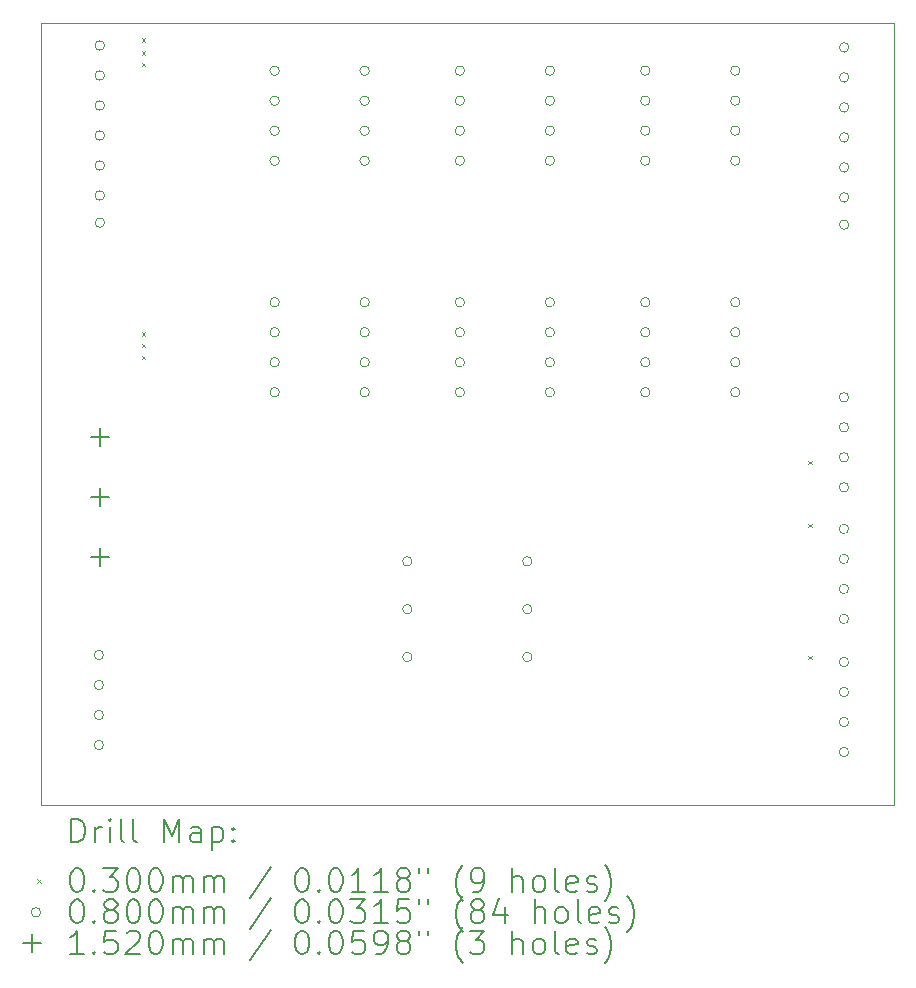
<source format=gbr>
%TF.GenerationSoftware,KiCad,Pcbnew,8.0.6*%
%TF.CreationDate,2025-05-23T10:29:25+02:00*%
%TF.ProjectId,AmplifOptoacopladorEnclosure,416d706c-6966-44f7-9074-6f61636f706c,rev?*%
%TF.SameCoordinates,Original*%
%TF.FileFunction,Drillmap*%
%TF.FilePolarity,Positive*%
%FSLAX45Y45*%
G04 Gerber Fmt 4.5, Leading zero omitted, Abs format (unit mm)*
G04 Created by KiCad (PCBNEW 8.0.6) date 2025-05-23 10:29:25*
%MOMM*%
%LPD*%
G01*
G04 APERTURE LIST*
%ADD10C,0.050000*%
%ADD11C,0.200000*%
%ADD12C,0.100000*%
%ADD13C,0.152000*%
G04 APERTURE END LIST*
D10*
X15650000Y-4230000D02*
X22870000Y-4230000D01*
X22870000Y-10850000D01*
X15650000Y-10850000D01*
X15650000Y-4230000D01*
D11*
D12*
X16503500Y-4354000D02*
X16533500Y-4384000D01*
X16533500Y-4354000D02*
X16503500Y-4384000D01*
X16503500Y-4464000D02*
X16533500Y-4494000D01*
X16533500Y-4464000D02*
X16503500Y-4494000D01*
X16503500Y-4564000D02*
X16533500Y-4594000D01*
X16533500Y-4564000D02*
X16503500Y-4594000D01*
X16503500Y-6844000D02*
X16533500Y-6874000D01*
X16533500Y-6844000D02*
X16503500Y-6874000D01*
X16503500Y-6944000D02*
X16533500Y-6974000D01*
X16533500Y-6944000D02*
X16503500Y-6974000D01*
X16503500Y-7044000D02*
X16533500Y-7074000D01*
X16533500Y-7044000D02*
X16503500Y-7074000D01*
X22145000Y-7935000D02*
X22175000Y-7965000D01*
X22175000Y-7935000D02*
X22145000Y-7965000D01*
X22145000Y-8465000D02*
X22175000Y-8495000D01*
X22175000Y-8465000D02*
X22145000Y-8495000D01*
X22145000Y-9585000D02*
X22175000Y-9615000D01*
X22175000Y-9585000D02*
X22145000Y-9615000D01*
X16180000Y-9578000D02*
G75*
G02*
X16100000Y-9578000I-40000J0D01*
G01*
X16100000Y-9578000D02*
G75*
G02*
X16180000Y-9578000I40000J0D01*
G01*
X16180000Y-9832000D02*
G75*
G02*
X16100000Y-9832000I-40000J0D01*
G01*
X16100000Y-9832000D02*
G75*
G02*
X16180000Y-9832000I40000J0D01*
G01*
X16180000Y-10086000D02*
G75*
G02*
X16100000Y-10086000I-40000J0D01*
G01*
X16100000Y-10086000D02*
G75*
G02*
X16180000Y-10086000I40000J0D01*
G01*
X16180000Y-10340000D02*
G75*
G02*
X16100000Y-10340000I-40000J0D01*
G01*
X16100000Y-10340000D02*
G75*
G02*
X16180000Y-10340000I40000J0D01*
G01*
X16188500Y-4417675D02*
G75*
G02*
X16108500Y-4417675I-40000J0D01*
G01*
X16108500Y-4417675D02*
G75*
G02*
X16188500Y-4417675I40000J0D01*
G01*
X16188500Y-4671675D02*
G75*
G02*
X16108500Y-4671675I-40000J0D01*
G01*
X16108500Y-4671675D02*
G75*
G02*
X16188500Y-4671675I40000J0D01*
G01*
X16188500Y-4925675D02*
G75*
G02*
X16108500Y-4925675I-40000J0D01*
G01*
X16108500Y-4925675D02*
G75*
G02*
X16188500Y-4925675I40000J0D01*
G01*
X16188500Y-5179675D02*
G75*
G02*
X16108500Y-5179675I-40000J0D01*
G01*
X16108500Y-5179675D02*
G75*
G02*
X16188500Y-5179675I40000J0D01*
G01*
X16188500Y-5433675D02*
G75*
G02*
X16108500Y-5433675I-40000J0D01*
G01*
X16108500Y-5433675D02*
G75*
G02*
X16188500Y-5433675I40000J0D01*
G01*
X16188500Y-5687675D02*
G75*
G02*
X16108500Y-5687675I-40000J0D01*
G01*
X16108500Y-5687675D02*
G75*
G02*
X16188500Y-5687675I40000J0D01*
G01*
X16188500Y-5917675D02*
G75*
G02*
X16108500Y-5917675I-40000J0D01*
G01*
X16108500Y-5917675D02*
G75*
G02*
X16188500Y-5917675I40000J0D01*
G01*
X17668500Y-4631000D02*
G75*
G02*
X17588500Y-4631000I-40000J0D01*
G01*
X17588500Y-4631000D02*
G75*
G02*
X17668500Y-4631000I40000J0D01*
G01*
X17668500Y-4885000D02*
G75*
G02*
X17588500Y-4885000I-40000J0D01*
G01*
X17588500Y-4885000D02*
G75*
G02*
X17668500Y-4885000I40000J0D01*
G01*
X17668500Y-5139000D02*
G75*
G02*
X17588500Y-5139000I-40000J0D01*
G01*
X17588500Y-5139000D02*
G75*
G02*
X17668500Y-5139000I40000J0D01*
G01*
X17668500Y-5393000D02*
G75*
G02*
X17588500Y-5393000I-40000J0D01*
G01*
X17588500Y-5393000D02*
G75*
G02*
X17668500Y-5393000I40000J0D01*
G01*
X17668500Y-6591500D02*
G75*
G02*
X17588500Y-6591500I-40000J0D01*
G01*
X17588500Y-6591500D02*
G75*
G02*
X17668500Y-6591500I40000J0D01*
G01*
X17668500Y-6845500D02*
G75*
G02*
X17588500Y-6845500I-40000J0D01*
G01*
X17588500Y-6845500D02*
G75*
G02*
X17668500Y-6845500I40000J0D01*
G01*
X17668500Y-7099500D02*
G75*
G02*
X17588500Y-7099500I-40000J0D01*
G01*
X17588500Y-7099500D02*
G75*
G02*
X17668500Y-7099500I40000J0D01*
G01*
X17668500Y-7353500D02*
G75*
G02*
X17588500Y-7353500I-40000J0D01*
G01*
X17588500Y-7353500D02*
G75*
G02*
X17668500Y-7353500I40000J0D01*
G01*
X18430500Y-4631000D02*
G75*
G02*
X18350500Y-4631000I-40000J0D01*
G01*
X18350500Y-4631000D02*
G75*
G02*
X18430500Y-4631000I40000J0D01*
G01*
X18430500Y-4885000D02*
G75*
G02*
X18350500Y-4885000I-40000J0D01*
G01*
X18350500Y-4885000D02*
G75*
G02*
X18430500Y-4885000I40000J0D01*
G01*
X18430500Y-5139000D02*
G75*
G02*
X18350500Y-5139000I-40000J0D01*
G01*
X18350500Y-5139000D02*
G75*
G02*
X18430500Y-5139000I40000J0D01*
G01*
X18430500Y-5393000D02*
G75*
G02*
X18350500Y-5393000I-40000J0D01*
G01*
X18350500Y-5393000D02*
G75*
G02*
X18430500Y-5393000I40000J0D01*
G01*
X18430500Y-6591500D02*
G75*
G02*
X18350500Y-6591500I-40000J0D01*
G01*
X18350500Y-6591500D02*
G75*
G02*
X18430500Y-6591500I40000J0D01*
G01*
X18430500Y-6845500D02*
G75*
G02*
X18350500Y-6845500I-40000J0D01*
G01*
X18350500Y-6845500D02*
G75*
G02*
X18430500Y-6845500I40000J0D01*
G01*
X18430500Y-7099500D02*
G75*
G02*
X18350500Y-7099500I-40000J0D01*
G01*
X18350500Y-7099500D02*
G75*
G02*
X18430500Y-7099500I40000J0D01*
G01*
X18430500Y-7353500D02*
G75*
G02*
X18350500Y-7353500I-40000J0D01*
G01*
X18350500Y-7353500D02*
G75*
G02*
X18430500Y-7353500I40000J0D01*
G01*
X18792000Y-8785000D02*
G75*
G02*
X18712000Y-8785000I-40000J0D01*
G01*
X18712000Y-8785000D02*
G75*
G02*
X18792000Y-8785000I40000J0D01*
G01*
X18792000Y-9190000D02*
G75*
G02*
X18712000Y-9190000I-40000J0D01*
G01*
X18712000Y-9190000D02*
G75*
G02*
X18792000Y-9190000I40000J0D01*
G01*
X18792000Y-9595000D02*
G75*
G02*
X18712000Y-9595000I-40000J0D01*
G01*
X18712000Y-9595000D02*
G75*
G02*
X18792000Y-9595000I40000J0D01*
G01*
X19236500Y-4631000D02*
G75*
G02*
X19156500Y-4631000I-40000J0D01*
G01*
X19156500Y-4631000D02*
G75*
G02*
X19236500Y-4631000I40000J0D01*
G01*
X19236500Y-4885000D02*
G75*
G02*
X19156500Y-4885000I-40000J0D01*
G01*
X19156500Y-4885000D02*
G75*
G02*
X19236500Y-4885000I40000J0D01*
G01*
X19236500Y-5139000D02*
G75*
G02*
X19156500Y-5139000I-40000J0D01*
G01*
X19156500Y-5139000D02*
G75*
G02*
X19236500Y-5139000I40000J0D01*
G01*
X19236500Y-5393000D02*
G75*
G02*
X19156500Y-5393000I-40000J0D01*
G01*
X19156500Y-5393000D02*
G75*
G02*
X19236500Y-5393000I40000J0D01*
G01*
X19236500Y-6591500D02*
G75*
G02*
X19156500Y-6591500I-40000J0D01*
G01*
X19156500Y-6591500D02*
G75*
G02*
X19236500Y-6591500I40000J0D01*
G01*
X19236500Y-6845500D02*
G75*
G02*
X19156500Y-6845500I-40000J0D01*
G01*
X19156500Y-6845500D02*
G75*
G02*
X19236500Y-6845500I40000J0D01*
G01*
X19236500Y-7099500D02*
G75*
G02*
X19156500Y-7099500I-40000J0D01*
G01*
X19156500Y-7099500D02*
G75*
G02*
X19236500Y-7099500I40000J0D01*
G01*
X19236500Y-7353500D02*
G75*
G02*
X19156500Y-7353500I-40000J0D01*
G01*
X19156500Y-7353500D02*
G75*
G02*
X19236500Y-7353500I40000J0D01*
G01*
X19808000Y-8785000D02*
G75*
G02*
X19728000Y-8785000I-40000J0D01*
G01*
X19728000Y-8785000D02*
G75*
G02*
X19808000Y-8785000I40000J0D01*
G01*
X19808000Y-9190000D02*
G75*
G02*
X19728000Y-9190000I-40000J0D01*
G01*
X19728000Y-9190000D02*
G75*
G02*
X19808000Y-9190000I40000J0D01*
G01*
X19808000Y-9595000D02*
G75*
G02*
X19728000Y-9595000I-40000J0D01*
G01*
X19728000Y-9595000D02*
G75*
G02*
X19808000Y-9595000I40000J0D01*
G01*
X19998500Y-4631000D02*
G75*
G02*
X19918500Y-4631000I-40000J0D01*
G01*
X19918500Y-4631000D02*
G75*
G02*
X19998500Y-4631000I40000J0D01*
G01*
X19998500Y-4885000D02*
G75*
G02*
X19918500Y-4885000I-40000J0D01*
G01*
X19918500Y-4885000D02*
G75*
G02*
X19998500Y-4885000I40000J0D01*
G01*
X19998500Y-5139000D02*
G75*
G02*
X19918500Y-5139000I-40000J0D01*
G01*
X19918500Y-5139000D02*
G75*
G02*
X19998500Y-5139000I40000J0D01*
G01*
X19998500Y-5393000D02*
G75*
G02*
X19918500Y-5393000I-40000J0D01*
G01*
X19918500Y-5393000D02*
G75*
G02*
X19998500Y-5393000I40000J0D01*
G01*
X19998500Y-6591500D02*
G75*
G02*
X19918500Y-6591500I-40000J0D01*
G01*
X19918500Y-6591500D02*
G75*
G02*
X19998500Y-6591500I40000J0D01*
G01*
X19998500Y-6845500D02*
G75*
G02*
X19918500Y-6845500I-40000J0D01*
G01*
X19918500Y-6845500D02*
G75*
G02*
X19998500Y-6845500I40000J0D01*
G01*
X19998500Y-7099500D02*
G75*
G02*
X19918500Y-7099500I-40000J0D01*
G01*
X19918500Y-7099500D02*
G75*
G02*
X19998500Y-7099500I40000J0D01*
G01*
X19998500Y-7353500D02*
G75*
G02*
X19918500Y-7353500I-40000J0D01*
G01*
X19918500Y-7353500D02*
G75*
G02*
X19998500Y-7353500I40000J0D01*
G01*
X20806500Y-4631000D02*
G75*
G02*
X20726500Y-4631000I-40000J0D01*
G01*
X20726500Y-4631000D02*
G75*
G02*
X20806500Y-4631000I40000J0D01*
G01*
X20806500Y-4885000D02*
G75*
G02*
X20726500Y-4885000I-40000J0D01*
G01*
X20726500Y-4885000D02*
G75*
G02*
X20806500Y-4885000I40000J0D01*
G01*
X20806500Y-5139000D02*
G75*
G02*
X20726500Y-5139000I-40000J0D01*
G01*
X20726500Y-5139000D02*
G75*
G02*
X20806500Y-5139000I40000J0D01*
G01*
X20806500Y-5393000D02*
G75*
G02*
X20726500Y-5393000I-40000J0D01*
G01*
X20726500Y-5393000D02*
G75*
G02*
X20806500Y-5393000I40000J0D01*
G01*
X20806500Y-6591500D02*
G75*
G02*
X20726500Y-6591500I-40000J0D01*
G01*
X20726500Y-6591500D02*
G75*
G02*
X20806500Y-6591500I40000J0D01*
G01*
X20806500Y-6845500D02*
G75*
G02*
X20726500Y-6845500I-40000J0D01*
G01*
X20726500Y-6845500D02*
G75*
G02*
X20806500Y-6845500I40000J0D01*
G01*
X20806500Y-7099500D02*
G75*
G02*
X20726500Y-7099500I-40000J0D01*
G01*
X20726500Y-7099500D02*
G75*
G02*
X20806500Y-7099500I40000J0D01*
G01*
X20806500Y-7353500D02*
G75*
G02*
X20726500Y-7353500I-40000J0D01*
G01*
X20726500Y-7353500D02*
G75*
G02*
X20806500Y-7353500I40000J0D01*
G01*
X21568500Y-4631000D02*
G75*
G02*
X21488500Y-4631000I-40000J0D01*
G01*
X21488500Y-4631000D02*
G75*
G02*
X21568500Y-4631000I40000J0D01*
G01*
X21568500Y-4885000D02*
G75*
G02*
X21488500Y-4885000I-40000J0D01*
G01*
X21488500Y-4885000D02*
G75*
G02*
X21568500Y-4885000I40000J0D01*
G01*
X21568500Y-5139000D02*
G75*
G02*
X21488500Y-5139000I-40000J0D01*
G01*
X21488500Y-5139000D02*
G75*
G02*
X21568500Y-5139000I40000J0D01*
G01*
X21568500Y-5393000D02*
G75*
G02*
X21488500Y-5393000I-40000J0D01*
G01*
X21488500Y-5393000D02*
G75*
G02*
X21568500Y-5393000I40000J0D01*
G01*
X21568500Y-6591500D02*
G75*
G02*
X21488500Y-6591500I-40000J0D01*
G01*
X21488500Y-6591500D02*
G75*
G02*
X21568500Y-6591500I40000J0D01*
G01*
X21568500Y-6845500D02*
G75*
G02*
X21488500Y-6845500I-40000J0D01*
G01*
X21488500Y-6845500D02*
G75*
G02*
X21568500Y-6845500I40000J0D01*
G01*
X21568500Y-7099500D02*
G75*
G02*
X21488500Y-7099500I-40000J0D01*
G01*
X21488500Y-7099500D02*
G75*
G02*
X21568500Y-7099500I40000J0D01*
G01*
X21568500Y-7353500D02*
G75*
G02*
X21488500Y-7353500I-40000J0D01*
G01*
X21488500Y-7353500D02*
G75*
G02*
X21568500Y-7353500I40000J0D01*
G01*
X22488500Y-7396000D02*
G75*
G02*
X22408500Y-7396000I-40000J0D01*
G01*
X22408500Y-7396000D02*
G75*
G02*
X22488500Y-7396000I40000J0D01*
G01*
X22488500Y-7650000D02*
G75*
G02*
X22408500Y-7650000I-40000J0D01*
G01*
X22408500Y-7650000D02*
G75*
G02*
X22488500Y-7650000I40000J0D01*
G01*
X22488500Y-7904000D02*
G75*
G02*
X22408500Y-7904000I-40000J0D01*
G01*
X22408500Y-7904000D02*
G75*
G02*
X22488500Y-7904000I40000J0D01*
G01*
X22488500Y-8158000D02*
G75*
G02*
X22408500Y-8158000I-40000J0D01*
G01*
X22408500Y-8158000D02*
G75*
G02*
X22488500Y-8158000I40000J0D01*
G01*
X22488500Y-8510000D02*
G75*
G02*
X22408500Y-8510000I-40000J0D01*
G01*
X22408500Y-8510000D02*
G75*
G02*
X22488500Y-8510000I40000J0D01*
G01*
X22488500Y-8764000D02*
G75*
G02*
X22408500Y-8764000I-40000J0D01*
G01*
X22408500Y-8764000D02*
G75*
G02*
X22488500Y-8764000I40000J0D01*
G01*
X22488500Y-9018000D02*
G75*
G02*
X22408500Y-9018000I-40000J0D01*
G01*
X22408500Y-9018000D02*
G75*
G02*
X22488500Y-9018000I40000J0D01*
G01*
X22488500Y-9272000D02*
G75*
G02*
X22408500Y-9272000I-40000J0D01*
G01*
X22408500Y-9272000D02*
G75*
G02*
X22488500Y-9272000I40000J0D01*
G01*
X22488500Y-9638000D02*
G75*
G02*
X22408500Y-9638000I-40000J0D01*
G01*
X22408500Y-9638000D02*
G75*
G02*
X22488500Y-9638000I40000J0D01*
G01*
X22488500Y-9892000D02*
G75*
G02*
X22408500Y-9892000I-40000J0D01*
G01*
X22408500Y-9892000D02*
G75*
G02*
X22488500Y-9892000I40000J0D01*
G01*
X22488500Y-10146000D02*
G75*
G02*
X22408500Y-10146000I-40000J0D01*
G01*
X22408500Y-10146000D02*
G75*
G02*
X22488500Y-10146000I40000J0D01*
G01*
X22488500Y-10400000D02*
G75*
G02*
X22408500Y-10400000I-40000J0D01*
G01*
X22408500Y-10400000D02*
G75*
G02*
X22488500Y-10400000I40000J0D01*
G01*
X22490000Y-4434000D02*
G75*
G02*
X22410000Y-4434000I-40000J0D01*
G01*
X22410000Y-4434000D02*
G75*
G02*
X22490000Y-4434000I40000J0D01*
G01*
X22490000Y-4688000D02*
G75*
G02*
X22410000Y-4688000I-40000J0D01*
G01*
X22410000Y-4688000D02*
G75*
G02*
X22490000Y-4688000I40000J0D01*
G01*
X22490000Y-4942000D02*
G75*
G02*
X22410000Y-4942000I-40000J0D01*
G01*
X22410000Y-4942000D02*
G75*
G02*
X22490000Y-4942000I40000J0D01*
G01*
X22490000Y-5196000D02*
G75*
G02*
X22410000Y-5196000I-40000J0D01*
G01*
X22410000Y-5196000D02*
G75*
G02*
X22490000Y-5196000I40000J0D01*
G01*
X22490000Y-5450000D02*
G75*
G02*
X22410000Y-5450000I-40000J0D01*
G01*
X22410000Y-5450000D02*
G75*
G02*
X22490000Y-5450000I40000J0D01*
G01*
X22490000Y-5704000D02*
G75*
G02*
X22410000Y-5704000I-40000J0D01*
G01*
X22410000Y-5704000D02*
G75*
G02*
X22490000Y-5704000I40000J0D01*
G01*
X22490000Y-5934000D02*
G75*
G02*
X22410000Y-5934000I-40000J0D01*
G01*
X22410000Y-5934000D02*
G75*
G02*
X22490000Y-5934000I40000J0D01*
G01*
D13*
X16147500Y-7656000D02*
X16147500Y-7808000D01*
X16071500Y-7732000D02*
X16223500Y-7732000D01*
X16147500Y-8164000D02*
X16147500Y-8316000D01*
X16071500Y-8240000D02*
X16223500Y-8240000D01*
X16147500Y-8672000D02*
X16147500Y-8824000D01*
X16071500Y-8748000D02*
X16223500Y-8748000D01*
D11*
X15908277Y-11163984D02*
X15908277Y-10963984D01*
X15908277Y-10963984D02*
X15955896Y-10963984D01*
X15955896Y-10963984D02*
X15984467Y-10973508D01*
X15984467Y-10973508D02*
X16003515Y-10992555D01*
X16003515Y-10992555D02*
X16013039Y-11011603D01*
X16013039Y-11011603D02*
X16022562Y-11049698D01*
X16022562Y-11049698D02*
X16022562Y-11078270D01*
X16022562Y-11078270D02*
X16013039Y-11116365D01*
X16013039Y-11116365D02*
X16003515Y-11135412D01*
X16003515Y-11135412D02*
X15984467Y-11154460D01*
X15984467Y-11154460D02*
X15955896Y-11163984D01*
X15955896Y-11163984D02*
X15908277Y-11163984D01*
X16108277Y-11163984D02*
X16108277Y-11030650D01*
X16108277Y-11068746D02*
X16117801Y-11049698D01*
X16117801Y-11049698D02*
X16127324Y-11040174D01*
X16127324Y-11040174D02*
X16146372Y-11030650D01*
X16146372Y-11030650D02*
X16165420Y-11030650D01*
X16232086Y-11163984D02*
X16232086Y-11030650D01*
X16232086Y-10963984D02*
X16222562Y-10973508D01*
X16222562Y-10973508D02*
X16232086Y-10983031D01*
X16232086Y-10983031D02*
X16241610Y-10973508D01*
X16241610Y-10973508D02*
X16232086Y-10963984D01*
X16232086Y-10963984D02*
X16232086Y-10983031D01*
X16355896Y-11163984D02*
X16336848Y-11154460D01*
X16336848Y-11154460D02*
X16327324Y-11135412D01*
X16327324Y-11135412D02*
X16327324Y-10963984D01*
X16460658Y-11163984D02*
X16441610Y-11154460D01*
X16441610Y-11154460D02*
X16432086Y-11135412D01*
X16432086Y-11135412D02*
X16432086Y-10963984D01*
X16689229Y-11163984D02*
X16689229Y-10963984D01*
X16689229Y-10963984D02*
X16755896Y-11106841D01*
X16755896Y-11106841D02*
X16822563Y-10963984D01*
X16822563Y-10963984D02*
X16822563Y-11163984D01*
X17003515Y-11163984D02*
X17003515Y-11059222D01*
X17003515Y-11059222D02*
X16993991Y-11040174D01*
X16993991Y-11040174D02*
X16974944Y-11030650D01*
X16974944Y-11030650D02*
X16936848Y-11030650D01*
X16936848Y-11030650D02*
X16917801Y-11040174D01*
X17003515Y-11154460D02*
X16984467Y-11163984D01*
X16984467Y-11163984D02*
X16936848Y-11163984D01*
X16936848Y-11163984D02*
X16917801Y-11154460D01*
X16917801Y-11154460D02*
X16908277Y-11135412D01*
X16908277Y-11135412D02*
X16908277Y-11116365D01*
X16908277Y-11116365D02*
X16917801Y-11097317D01*
X16917801Y-11097317D02*
X16936848Y-11087793D01*
X16936848Y-11087793D02*
X16984467Y-11087793D01*
X16984467Y-11087793D02*
X17003515Y-11078270D01*
X17098753Y-11030650D02*
X17098753Y-11230650D01*
X17098753Y-11040174D02*
X17117801Y-11030650D01*
X17117801Y-11030650D02*
X17155896Y-11030650D01*
X17155896Y-11030650D02*
X17174944Y-11040174D01*
X17174944Y-11040174D02*
X17184467Y-11049698D01*
X17184467Y-11049698D02*
X17193991Y-11068746D01*
X17193991Y-11068746D02*
X17193991Y-11125889D01*
X17193991Y-11125889D02*
X17184467Y-11144936D01*
X17184467Y-11144936D02*
X17174944Y-11154460D01*
X17174944Y-11154460D02*
X17155896Y-11163984D01*
X17155896Y-11163984D02*
X17117801Y-11163984D01*
X17117801Y-11163984D02*
X17098753Y-11154460D01*
X17279705Y-11144936D02*
X17289229Y-11154460D01*
X17289229Y-11154460D02*
X17279705Y-11163984D01*
X17279705Y-11163984D02*
X17270182Y-11154460D01*
X17270182Y-11154460D02*
X17279705Y-11144936D01*
X17279705Y-11144936D02*
X17279705Y-11163984D01*
X17279705Y-11040174D02*
X17289229Y-11049698D01*
X17289229Y-11049698D02*
X17279705Y-11059222D01*
X17279705Y-11059222D02*
X17270182Y-11049698D01*
X17270182Y-11049698D02*
X17279705Y-11040174D01*
X17279705Y-11040174D02*
X17279705Y-11059222D01*
D12*
X15617500Y-11477500D02*
X15647500Y-11507500D01*
X15647500Y-11477500D02*
X15617500Y-11507500D01*
D11*
X15946372Y-11383984D02*
X15965420Y-11383984D01*
X15965420Y-11383984D02*
X15984467Y-11393508D01*
X15984467Y-11393508D02*
X15993991Y-11403031D01*
X15993991Y-11403031D02*
X16003515Y-11422079D01*
X16003515Y-11422079D02*
X16013039Y-11460174D01*
X16013039Y-11460174D02*
X16013039Y-11507793D01*
X16013039Y-11507793D02*
X16003515Y-11545888D01*
X16003515Y-11545888D02*
X15993991Y-11564936D01*
X15993991Y-11564936D02*
X15984467Y-11574460D01*
X15984467Y-11574460D02*
X15965420Y-11583984D01*
X15965420Y-11583984D02*
X15946372Y-11583984D01*
X15946372Y-11583984D02*
X15927324Y-11574460D01*
X15927324Y-11574460D02*
X15917801Y-11564936D01*
X15917801Y-11564936D02*
X15908277Y-11545888D01*
X15908277Y-11545888D02*
X15898753Y-11507793D01*
X15898753Y-11507793D02*
X15898753Y-11460174D01*
X15898753Y-11460174D02*
X15908277Y-11422079D01*
X15908277Y-11422079D02*
X15917801Y-11403031D01*
X15917801Y-11403031D02*
X15927324Y-11393508D01*
X15927324Y-11393508D02*
X15946372Y-11383984D01*
X16098753Y-11564936D02*
X16108277Y-11574460D01*
X16108277Y-11574460D02*
X16098753Y-11583984D01*
X16098753Y-11583984D02*
X16089229Y-11574460D01*
X16089229Y-11574460D02*
X16098753Y-11564936D01*
X16098753Y-11564936D02*
X16098753Y-11583984D01*
X16174943Y-11383984D02*
X16298753Y-11383984D01*
X16298753Y-11383984D02*
X16232086Y-11460174D01*
X16232086Y-11460174D02*
X16260658Y-11460174D01*
X16260658Y-11460174D02*
X16279705Y-11469698D01*
X16279705Y-11469698D02*
X16289229Y-11479222D01*
X16289229Y-11479222D02*
X16298753Y-11498269D01*
X16298753Y-11498269D02*
X16298753Y-11545888D01*
X16298753Y-11545888D02*
X16289229Y-11564936D01*
X16289229Y-11564936D02*
X16279705Y-11574460D01*
X16279705Y-11574460D02*
X16260658Y-11583984D01*
X16260658Y-11583984D02*
X16203515Y-11583984D01*
X16203515Y-11583984D02*
X16184467Y-11574460D01*
X16184467Y-11574460D02*
X16174943Y-11564936D01*
X16422562Y-11383984D02*
X16441610Y-11383984D01*
X16441610Y-11383984D02*
X16460658Y-11393508D01*
X16460658Y-11393508D02*
X16470182Y-11403031D01*
X16470182Y-11403031D02*
X16479705Y-11422079D01*
X16479705Y-11422079D02*
X16489229Y-11460174D01*
X16489229Y-11460174D02*
X16489229Y-11507793D01*
X16489229Y-11507793D02*
X16479705Y-11545888D01*
X16479705Y-11545888D02*
X16470182Y-11564936D01*
X16470182Y-11564936D02*
X16460658Y-11574460D01*
X16460658Y-11574460D02*
X16441610Y-11583984D01*
X16441610Y-11583984D02*
X16422562Y-11583984D01*
X16422562Y-11583984D02*
X16403515Y-11574460D01*
X16403515Y-11574460D02*
X16393991Y-11564936D01*
X16393991Y-11564936D02*
X16384467Y-11545888D01*
X16384467Y-11545888D02*
X16374943Y-11507793D01*
X16374943Y-11507793D02*
X16374943Y-11460174D01*
X16374943Y-11460174D02*
X16384467Y-11422079D01*
X16384467Y-11422079D02*
X16393991Y-11403031D01*
X16393991Y-11403031D02*
X16403515Y-11393508D01*
X16403515Y-11393508D02*
X16422562Y-11383984D01*
X16613039Y-11383984D02*
X16632086Y-11383984D01*
X16632086Y-11383984D02*
X16651134Y-11393508D01*
X16651134Y-11393508D02*
X16660658Y-11403031D01*
X16660658Y-11403031D02*
X16670182Y-11422079D01*
X16670182Y-11422079D02*
X16679705Y-11460174D01*
X16679705Y-11460174D02*
X16679705Y-11507793D01*
X16679705Y-11507793D02*
X16670182Y-11545888D01*
X16670182Y-11545888D02*
X16660658Y-11564936D01*
X16660658Y-11564936D02*
X16651134Y-11574460D01*
X16651134Y-11574460D02*
X16632086Y-11583984D01*
X16632086Y-11583984D02*
X16613039Y-11583984D01*
X16613039Y-11583984D02*
X16593991Y-11574460D01*
X16593991Y-11574460D02*
X16584467Y-11564936D01*
X16584467Y-11564936D02*
X16574943Y-11545888D01*
X16574943Y-11545888D02*
X16565420Y-11507793D01*
X16565420Y-11507793D02*
X16565420Y-11460174D01*
X16565420Y-11460174D02*
X16574943Y-11422079D01*
X16574943Y-11422079D02*
X16584467Y-11403031D01*
X16584467Y-11403031D02*
X16593991Y-11393508D01*
X16593991Y-11393508D02*
X16613039Y-11383984D01*
X16765420Y-11583984D02*
X16765420Y-11450650D01*
X16765420Y-11469698D02*
X16774943Y-11460174D01*
X16774943Y-11460174D02*
X16793991Y-11450650D01*
X16793991Y-11450650D02*
X16822563Y-11450650D01*
X16822563Y-11450650D02*
X16841610Y-11460174D01*
X16841610Y-11460174D02*
X16851134Y-11479222D01*
X16851134Y-11479222D02*
X16851134Y-11583984D01*
X16851134Y-11479222D02*
X16860658Y-11460174D01*
X16860658Y-11460174D02*
X16879705Y-11450650D01*
X16879705Y-11450650D02*
X16908277Y-11450650D01*
X16908277Y-11450650D02*
X16927325Y-11460174D01*
X16927325Y-11460174D02*
X16936848Y-11479222D01*
X16936848Y-11479222D02*
X16936848Y-11583984D01*
X17032086Y-11583984D02*
X17032086Y-11450650D01*
X17032086Y-11469698D02*
X17041610Y-11460174D01*
X17041610Y-11460174D02*
X17060658Y-11450650D01*
X17060658Y-11450650D02*
X17089229Y-11450650D01*
X17089229Y-11450650D02*
X17108277Y-11460174D01*
X17108277Y-11460174D02*
X17117801Y-11479222D01*
X17117801Y-11479222D02*
X17117801Y-11583984D01*
X17117801Y-11479222D02*
X17127325Y-11460174D01*
X17127325Y-11460174D02*
X17146372Y-11450650D01*
X17146372Y-11450650D02*
X17174944Y-11450650D01*
X17174944Y-11450650D02*
X17193991Y-11460174D01*
X17193991Y-11460174D02*
X17203515Y-11479222D01*
X17203515Y-11479222D02*
X17203515Y-11583984D01*
X17593991Y-11374460D02*
X17422563Y-11631603D01*
X17851134Y-11383984D02*
X17870182Y-11383984D01*
X17870182Y-11383984D02*
X17889229Y-11393508D01*
X17889229Y-11393508D02*
X17898753Y-11403031D01*
X17898753Y-11403031D02*
X17908277Y-11422079D01*
X17908277Y-11422079D02*
X17917801Y-11460174D01*
X17917801Y-11460174D02*
X17917801Y-11507793D01*
X17917801Y-11507793D02*
X17908277Y-11545888D01*
X17908277Y-11545888D02*
X17898753Y-11564936D01*
X17898753Y-11564936D02*
X17889229Y-11574460D01*
X17889229Y-11574460D02*
X17870182Y-11583984D01*
X17870182Y-11583984D02*
X17851134Y-11583984D01*
X17851134Y-11583984D02*
X17832087Y-11574460D01*
X17832087Y-11574460D02*
X17822563Y-11564936D01*
X17822563Y-11564936D02*
X17813039Y-11545888D01*
X17813039Y-11545888D02*
X17803515Y-11507793D01*
X17803515Y-11507793D02*
X17803515Y-11460174D01*
X17803515Y-11460174D02*
X17813039Y-11422079D01*
X17813039Y-11422079D02*
X17822563Y-11403031D01*
X17822563Y-11403031D02*
X17832087Y-11393508D01*
X17832087Y-11393508D02*
X17851134Y-11383984D01*
X18003515Y-11564936D02*
X18013039Y-11574460D01*
X18013039Y-11574460D02*
X18003515Y-11583984D01*
X18003515Y-11583984D02*
X17993991Y-11574460D01*
X17993991Y-11574460D02*
X18003515Y-11564936D01*
X18003515Y-11564936D02*
X18003515Y-11583984D01*
X18136848Y-11383984D02*
X18155896Y-11383984D01*
X18155896Y-11383984D02*
X18174944Y-11393508D01*
X18174944Y-11393508D02*
X18184468Y-11403031D01*
X18184468Y-11403031D02*
X18193991Y-11422079D01*
X18193991Y-11422079D02*
X18203515Y-11460174D01*
X18203515Y-11460174D02*
X18203515Y-11507793D01*
X18203515Y-11507793D02*
X18193991Y-11545888D01*
X18193991Y-11545888D02*
X18184468Y-11564936D01*
X18184468Y-11564936D02*
X18174944Y-11574460D01*
X18174944Y-11574460D02*
X18155896Y-11583984D01*
X18155896Y-11583984D02*
X18136848Y-11583984D01*
X18136848Y-11583984D02*
X18117801Y-11574460D01*
X18117801Y-11574460D02*
X18108277Y-11564936D01*
X18108277Y-11564936D02*
X18098753Y-11545888D01*
X18098753Y-11545888D02*
X18089229Y-11507793D01*
X18089229Y-11507793D02*
X18089229Y-11460174D01*
X18089229Y-11460174D02*
X18098753Y-11422079D01*
X18098753Y-11422079D02*
X18108277Y-11403031D01*
X18108277Y-11403031D02*
X18117801Y-11393508D01*
X18117801Y-11393508D02*
X18136848Y-11383984D01*
X18393991Y-11583984D02*
X18279706Y-11583984D01*
X18336848Y-11583984D02*
X18336848Y-11383984D01*
X18336848Y-11383984D02*
X18317801Y-11412555D01*
X18317801Y-11412555D02*
X18298753Y-11431603D01*
X18298753Y-11431603D02*
X18279706Y-11441127D01*
X18584468Y-11583984D02*
X18470182Y-11583984D01*
X18527325Y-11583984D02*
X18527325Y-11383984D01*
X18527325Y-11383984D02*
X18508277Y-11412555D01*
X18508277Y-11412555D02*
X18489229Y-11431603D01*
X18489229Y-11431603D02*
X18470182Y-11441127D01*
X18698753Y-11469698D02*
X18679706Y-11460174D01*
X18679706Y-11460174D02*
X18670182Y-11450650D01*
X18670182Y-11450650D02*
X18660658Y-11431603D01*
X18660658Y-11431603D02*
X18660658Y-11422079D01*
X18660658Y-11422079D02*
X18670182Y-11403031D01*
X18670182Y-11403031D02*
X18679706Y-11393508D01*
X18679706Y-11393508D02*
X18698753Y-11383984D01*
X18698753Y-11383984D02*
X18736849Y-11383984D01*
X18736849Y-11383984D02*
X18755896Y-11393508D01*
X18755896Y-11393508D02*
X18765420Y-11403031D01*
X18765420Y-11403031D02*
X18774944Y-11422079D01*
X18774944Y-11422079D02*
X18774944Y-11431603D01*
X18774944Y-11431603D02*
X18765420Y-11450650D01*
X18765420Y-11450650D02*
X18755896Y-11460174D01*
X18755896Y-11460174D02*
X18736849Y-11469698D01*
X18736849Y-11469698D02*
X18698753Y-11469698D01*
X18698753Y-11469698D02*
X18679706Y-11479222D01*
X18679706Y-11479222D02*
X18670182Y-11488746D01*
X18670182Y-11488746D02*
X18660658Y-11507793D01*
X18660658Y-11507793D02*
X18660658Y-11545888D01*
X18660658Y-11545888D02*
X18670182Y-11564936D01*
X18670182Y-11564936D02*
X18679706Y-11574460D01*
X18679706Y-11574460D02*
X18698753Y-11583984D01*
X18698753Y-11583984D02*
X18736849Y-11583984D01*
X18736849Y-11583984D02*
X18755896Y-11574460D01*
X18755896Y-11574460D02*
X18765420Y-11564936D01*
X18765420Y-11564936D02*
X18774944Y-11545888D01*
X18774944Y-11545888D02*
X18774944Y-11507793D01*
X18774944Y-11507793D02*
X18765420Y-11488746D01*
X18765420Y-11488746D02*
X18755896Y-11479222D01*
X18755896Y-11479222D02*
X18736849Y-11469698D01*
X18851134Y-11383984D02*
X18851134Y-11422079D01*
X18927325Y-11383984D02*
X18927325Y-11422079D01*
X19222563Y-11660174D02*
X19213039Y-11650650D01*
X19213039Y-11650650D02*
X19193991Y-11622079D01*
X19193991Y-11622079D02*
X19184468Y-11603031D01*
X19184468Y-11603031D02*
X19174944Y-11574460D01*
X19174944Y-11574460D02*
X19165420Y-11526841D01*
X19165420Y-11526841D02*
X19165420Y-11488746D01*
X19165420Y-11488746D02*
X19174944Y-11441127D01*
X19174944Y-11441127D02*
X19184468Y-11412555D01*
X19184468Y-11412555D02*
X19193991Y-11393508D01*
X19193991Y-11393508D02*
X19213039Y-11364936D01*
X19213039Y-11364936D02*
X19222563Y-11355412D01*
X19308277Y-11583984D02*
X19346372Y-11583984D01*
X19346372Y-11583984D02*
X19365420Y-11574460D01*
X19365420Y-11574460D02*
X19374944Y-11564936D01*
X19374944Y-11564936D02*
X19393991Y-11536365D01*
X19393991Y-11536365D02*
X19403515Y-11498269D01*
X19403515Y-11498269D02*
X19403515Y-11422079D01*
X19403515Y-11422079D02*
X19393991Y-11403031D01*
X19393991Y-11403031D02*
X19384468Y-11393508D01*
X19384468Y-11393508D02*
X19365420Y-11383984D01*
X19365420Y-11383984D02*
X19327325Y-11383984D01*
X19327325Y-11383984D02*
X19308277Y-11393508D01*
X19308277Y-11393508D02*
X19298753Y-11403031D01*
X19298753Y-11403031D02*
X19289230Y-11422079D01*
X19289230Y-11422079D02*
X19289230Y-11469698D01*
X19289230Y-11469698D02*
X19298753Y-11488746D01*
X19298753Y-11488746D02*
X19308277Y-11498269D01*
X19308277Y-11498269D02*
X19327325Y-11507793D01*
X19327325Y-11507793D02*
X19365420Y-11507793D01*
X19365420Y-11507793D02*
X19384468Y-11498269D01*
X19384468Y-11498269D02*
X19393991Y-11488746D01*
X19393991Y-11488746D02*
X19403515Y-11469698D01*
X19641611Y-11583984D02*
X19641611Y-11383984D01*
X19727325Y-11583984D02*
X19727325Y-11479222D01*
X19727325Y-11479222D02*
X19717801Y-11460174D01*
X19717801Y-11460174D02*
X19698753Y-11450650D01*
X19698753Y-11450650D02*
X19670182Y-11450650D01*
X19670182Y-11450650D02*
X19651134Y-11460174D01*
X19651134Y-11460174D02*
X19641611Y-11469698D01*
X19851134Y-11583984D02*
X19832087Y-11574460D01*
X19832087Y-11574460D02*
X19822563Y-11564936D01*
X19822563Y-11564936D02*
X19813039Y-11545888D01*
X19813039Y-11545888D02*
X19813039Y-11488746D01*
X19813039Y-11488746D02*
X19822563Y-11469698D01*
X19822563Y-11469698D02*
X19832087Y-11460174D01*
X19832087Y-11460174D02*
X19851134Y-11450650D01*
X19851134Y-11450650D02*
X19879706Y-11450650D01*
X19879706Y-11450650D02*
X19898753Y-11460174D01*
X19898753Y-11460174D02*
X19908277Y-11469698D01*
X19908277Y-11469698D02*
X19917801Y-11488746D01*
X19917801Y-11488746D02*
X19917801Y-11545888D01*
X19917801Y-11545888D02*
X19908277Y-11564936D01*
X19908277Y-11564936D02*
X19898753Y-11574460D01*
X19898753Y-11574460D02*
X19879706Y-11583984D01*
X19879706Y-11583984D02*
X19851134Y-11583984D01*
X20032087Y-11583984D02*
X20013039Y-11574460D01*
X20013039Y-11574460D02*
X20003515Y-11555412D01*
X20003515Y-11555412D02*
X20003515Y-11383984D01*
X20184468Y-11574460D02*
X20165420Y-11583984D01*
X20165420Y-11583984D02*
X20127325Y-11583984D01*
X20127325Y-11583984D02*
X20108277Y-11574460D01*
X20108277Y-11574460D02*
X20098753Y-11555412D01*
X20098753Y-11555412D02*
X20098753Y-11479222D01*
X20098753Y-11479222D02*
X20108277Y-11460174D01*
X20108277Y-11460174D02*
X20127325Y-11450650D01*
X20127325Y-11450650D02*
X20165420Y-11450650D01*
X20165420Y-11450650D02*
X20184468Y-11460174D01*
X20184468Y-11460174D02*
X20193992Y-11479222D01*
X20193992Y-11479222D02*
X20193992Y-11498269D01*
X20193992Y-11498269D02*
X20098753Y-11517317D01*
X20270182Y-11574460D02*
X20289230Y-11583984D01*
X20289230Y-11583984D02*
X20327325Y-11583984D01*
X20327325Y-11583984D02*
X20346373Y-11574460D01*
X20346373Y-11574460D02*
X20355896Y-11555412D01*
X20355896Y-11555412D02*
X20355896Y-11545888D01*
X20355896Y-11545888D02*
X20346373Y-11526841D01*
X20346373Y-11526841D02*
X20327325Y-11517317D01*
X20327325Y-11517317D02*
X20298753Y-11517317D01*
X20298753Y-11517317D02*
X20279706Y-11507793D01*
X20279706Y-11507793D02*
X20270182Y-11488746D01*
X20270182Y-11488746D02*
X20270182Y-11479222D01*
X20270182Y-11479222D02*
X20279706Y-11460174D01*
X20279706Y-11460174D02*
X20298753Y-11450650D01*
X20298753Y-11450650D02*
X20327325Y-11450650D01*
X20327325Y-11450650D02*
X20346373Y-11460174D01*
X20422563Y-11660174D02*
X20432087Y-11650650D01*
X20432087Y-11650650D02*
X20451134Y-11622079D01*
X20451134Y-11622079D02*
X20460658Y-11603031D01*
X20460658Y-11603031D02*
X20470182Y-11574460D01*
X20470182Y-11574460D02*
X20479706Y-11526841D01*
X20479706Y-11526841D02*
X20479706Y-11488746D01*
X20479706Y-11488746D02*
X20470182Y-11441127D01*
X20470182Y-11441127D02*
X20460658Y-11412555D01*
X20460658Y-11412555D02*
X20451134Y-11393508D01*
X20451134Y-11393508D02*
X20432087Y-11364936D01*
X20432087Y-11364936D02*
X20422563Y-11355412D01*
D12*
X15647500Y-11756500D02*
G75*
G02*
X15567500Y-11756500I-40000J0D01*
G01*
X15567500Y-11756500D02*
G75*
G02*
X15647500Y-11756500I40000J0D01*
G01*
D11*
X15946372Y-11647984D02*
X15965420Y-11647984D01*
X15965420Y-11647984D02*
X15984467Y-11657508D01*
X15984467Y-11657508D02*
X15993991Y-11667031D01*
X15993991Y-11667031D02*
X16003515Y-11686079D01*
X16003515Y-11686079D02*
X16013039Y-11724174D01*
X16013039Y-11724174D02*
X16013039Y-11771793D01*
X16013039Y-11771793D02*
X16003515Y-11809888D01*
X16003515Y-11809888D02*
X15993991Y-11828936D01*
X15993991Y-11828936D02*
X15984467Y-11838460D01*
X15984467Y-11838460D02*
X15965420Y-11847984D01*
X15965420Y-11847984D02*
X15946372Y-11847984D01*
X15946372Y-11847984D02*
X15927324Y-11838460D01*
X15927324Y-11838460D02*
X15917801Y-11828936D01*
X15917801Y-11828936D02*
X15908277Y-11809888D01*
X15908277Y-11809888D02*
X15898753Y-11771793D01*
X15898753Y-11771793D02*
X15898753Y-11724174D01*
X15898753Y-11724174D02*
X15908277Y-11686079D01*
X15908277Y-11686079D02*
X15917801Y-11667031D01*
X15917801Y-11667031D02*
X15927324Y-11657508D01*
X15927324Y-11657508D02*
X15946372Y-11647984D01*
X16098753Y-11828936D02*
X16108277Y-11838460D01*
X16108277Y-11838460D02*
X16098753Y-11847984D01*
X16098753Y-11847984D02*
X16089229Y-11838460D01*
X16089229Y-11838460D02*
X16098753Y-11828936D01*
X16098753Y-11828936D02*
X16098753Y-11847984D01*
X16222562Y-11733698D02*
X16203515Y-11724174D01*
X16203515Y-11724174D02*
X16193991Y-11714650D01*
X16193991Y-11714650D02*
X16184467Y-11695603D01*
X16184467Y-11695603D02*
X16184467Y-11686079D01*
X16184467Y-11686079D02*
X16193991Y-11667031D01*
X16193991Y-11667031D02*
X16203515Y-11657508D01*
X16203515Y-11657508D02*
X16222562Y-11647984D01*
X16222562Y-11647984D02*
X16260658Y-11647984D01*
X16260658Y-11647984D02*
X16279705Y-11657508D01*
X16279705Y-11657508D02*
X16289229Y-11667031D01*
X16289229Y-11667031D02*
X16298753Y-11686079D01*
X16298753Y-11686079D02*
X16298753Y-11695603D01*
X16298753Y-11695603D02*
X16289229Y-11714650D01*
X16289229Y-11714650D02*
X16279705Y-11724174D01*
X16279705Y-11724174D02*
X16260658Y-11733698D01*
X16260658Y-11733698D02*
X16222562Y-11733698D01*
X16222562Y-11733698D02*
X16203515Y-11743222D01*
X16203515Y-11743222D02*
X16193991Y-11752746D01*
X16193991Y-11752746D02*
X16184467Y-11771793D01*
X16184467Y-11771793D02*
X16184467Y-11809888D01*
X16184467Y-11809888D02*
X16193991Y-11828936D01*
X16193991Y-11828936D02*
X16203515Y-11838460D01*
X16203515Y-11838460D02*
X16222562Y-11847984D01*
X16222562Y-11847984D02*
X16260658Y-11847984D01*
X16260658Y-11847984D02*
X16279705Y-11838460D01*
X16279705Y-11838460D02*
X16289229Y-11828936D01*
X16289229Y-11828936D02*
X16298753Y-11809888D01*
X16298753Y-11809888D02*
X16298753Y-11771793D01*
X16298753Y-11771793D02*
X16289229Y-11752746D01*
X16289229Y-11752746D02*
X16279705Y-11743222D01*
X16279705Y-11743222D02*
X16260658Y-11733698D01*
X16422562Y-11647984D02*
X16441610Y-11647984D01*
X16441610Y-11647984D02*
X16460658Y-11657508D01*
X16460658Y-11657508D02*
X16470182Y-11667031D01*
X16470182Y-11667031D02*
X16479705Y-11686079D01*
X16479705Y-11686079D02*
X16489229Y-11724174D01*
X16489229Y-11724174D02*
X16489229Y-11771793D01*
X16489229Y-11771793D02*
X16479705Y-11809888D01*
X16479705Y-11809888D02*
X16470182Y-11828936D01*
X16470182Y-11828936D02*
X16460658Y-11838460D01*
X16460658Y-11838460D02*
X16441610Y-11847984D01*
X16441610Y-11847984D02*
X16422562Y-11847984D01*
X16422562Y-11847984D02*
X16403515Y-11838460D01*
X16403515Y-11838460D02*
X16393991Y-11828936D01*
X16393991Y-11828936D02*
X16384467Y-11809888D01*
X16384467Y-11809888D02*
X16374943Y-11771793D01*
X16374943Y-11771793D02*
X16374943Y-11724174D01*
X16374943Y-11724174D02*
X16384467Y-11686079D01*
X16384467Y-11686079D02*
X16393991Y-11667031D01*
X16393991Y-11667031D02*
X16403515Y-11657508D01*
X16403515Y-11657508D02*
X16422562Y-11647984D01*
X16613039Y-11647984D02*
X16632086Y-11647984D01*
X16632086Y-11647984D02*
X16651134Y-11657508D01*
X16651134Y-11657508D02*
X16660658Y-11667031D01*
X16660658Y-11667031D02*
X16670182Y-11686079D01*
X16670182Y-11686079D02*
X16679705Y-11724174D01*
X16679705Y-11724174D02*
X16679705Y-11771793D01*
X16679705Y-11771793D02*
X16670182Y-11809888D01*
X16670182Y-11809888D02*
X16660658Y-11828936D01*
X16660658Y-11828936D02*
X16651134Y-11838460D01*
X16651134Y-11838460D02*
X16632086Y-11847984D01*
X16632086Y-11847984D02*
X16613039Y-11847984D01*
X16613039Y-11847984D02*
X16593991Y-11838460D01*
X16593991Y-11838460D02*
X16584467Y-11828936D01*
X16584467Y-11828936D02*
X16574943Y-11809888D01*
X16574943Y-11809888D02*
X16565420Y-11771793D01*
X16565420Y-11771793D02*
X16565420Y-11724174D01*
X16565420Y-11724174D02*
X16574943Y-11686079D01*
X16574943Y-11686079D02*
X16584467Y-11667031D01*
X16584467Y-11667031D02*
X16593991Y-11657508D01*
X16593991Y-11657508D02*
X16613039Y-11647984D01*
X16765420Y-11847984D02*
X16765420Y-11714650D01*
X16765420Y-11733698D02*
X16774943Y-11724174D01*
X16774943Y-11724174D02*
X16793991Y-11714650D01*
X16793991Y-11714650D02*
X16822563Y-11714650D01*
X16822563Y-11714650D02*
X16841610Y-11724174D01*
X16841610Y-11724174D02*
X16851134Y-11743222D01*
X16851134Y-11743222D02*
X16851134Y-11847984D01*
X16851134Y-11743222D02*
X16860658Y-11724174D01*
X16860658Y-11724174D02*
X16879705Y-11714650D01*
X16879705Y-11714650D02*
X16908277Y-11714650D01*
X16908277Y-11714650D02*
X16927325Y-11724174D01*
X16927325Y-11724174D02*
X16936848Y-11743222D01*
X16936848Y-11743222D02*
X16936848Y-11847984D01*
X17032086Y-11847984D02*
X17032086Y-11714650D01*
X17032086Y-11733698D02*
X17041610Y-11724174D01*
X17041610Y-11724174D02*
X17060658Y-11714650D01*
X17060658Y-11714650D02*
X17089229Y-11714650D01*
X17089229Y-11714650D02*
X17108277Y-11724174D01*
X17108277Y-11724174D02*
X17117801Y-11743222D01*
X17117801Y-11743222D02*
X17117801Y-11847984D01*
X17117801Y-11743222D02*
X17127325Y-11724174D01*
X17127325Y-11724174D02*
X17146372Y-11714650D01*
X17146372Y-11714650D02*
X17174944Y-11714650D01*
X17174944Y-11714650D02*
X17193991Y-11724174D01*
X17193991Y-11724174D02*
X17203515Y-11743222D01*
X17203515Y-11743222D02*
X17203515Y-11847984D01*
X17593991Y-11638460D02*
X17422563Y-11895603D01*
X17851134Y-11647984D02*
X17870182Y-11647984D01*
X17870182Y-11647984D02*
X17889229Y-11657508D01*
X17889229Y-11657508D02*
X17898753Y-11667031D01*
X17898753Y-11667031D02*
X17908277Y-11686079D01*
X17908277Y-11686079D02*
X17917801Y-11724174D01*
X17917801Y-11724174D02*
X17917801Y-11771793D01*
X17917801Y-11771793D02*
X17908277Y-11809888D01*
X17908277Y-11809888D02*
X17898753Y-11828936D01*
X17898753Y-11828936D02*
X17889229Y-11838460D01*
X17889229Y-11838460D02*
X17870182Y-11847984D01*
X17870182Y-11847984D02*
X17851134Y-11847984D01*
X17851134Y-11847984D02*
X17832087Y-11838460D01*
X17832087Y-11838460D02*
X17822563Y-11828936D01*
X17822563Y-11828936D02*
X17813039Y-11809888D01*
X17813039Y-11809888D02*
X17803515Y-11771793D01*
X17803515Y-11771793D02*
X17803515Y-11724174D01*
X17803515Y-11724174D02*
X17813039Y-11686079D01*
X17813039Y-11686079D02*
X17822563Y-11667031D01*
X17822563Y-11667031D02*
X17832087Y-11657508D01*
X17832087Y-11657508D02*
X17851134Y-11647984D01*
X18003515Y-11828936D02*
X18013039Y-11838460D01*
X18013039Y-11838460D02*
X18003515Y-11847984D01*
X18003515Y-11847984D02*
X17993991Y-11838460D01*
X17993991Y-11838460D02*
X18003515Y-11828936D01*
X18003515Y-11828936D02*
X18003515Y-11847984D01*
X18136848Y-11647984D02*
X18155896Y-11647984D01*
X18155896Y-11647984D02*
X18174944Y-11657508D01*
X18174944Y-11657508D02*
X18184468Y-11667031D01*
X18184468Y-11667031D02*
X18193991Y-11686079D01*
X18193991Y-11686079D02*
X18203515Y-11724174D01*
X18203515Y-11724174D02*
X18203515Y-11771793D01*
X18203515Y-11771793D02*
X18193991Y-11809888D01*
X18193991Y-11809888D02*
X18184468Y-11828936D01*
X18184468Y-11828936D02*
X18174944Y-11838460D01*
X18174944Y-11838460D02*
X18155896Y-11847984D01*
X18155896Y-11847984D02*
X18136848Y-11847984D01*
X18136848Y-11847984D02*
X18117801Y-11838460D01*
X18117801Y-11838460D02*
X18108277Y-11828936D01*
X18108277Y-11828936D02*
X18098753Y-11809888D01*
X18098753Y-11809888D02*
X18089229Y-11771793D01*
X18089229Y-11771793D02*
X18089229Y-11724174D01*
X18089229Y-11724174D02*
X18098753Y-11686079D01*
X18098753Y-11686079D02*
X18108277Y-11667031D01*
X18108277Y-11667031D02*
X18117801Y-11657508D01*
X18117801Y-11657508D02*
X18136848Y-11647984D01*
X18270182Y-11647984D02*
X18393991Y-11647984D01*
X18393991Y-11647984D02*
X18327325Y-11724174D01*
X18327325Y-11724174D02*
X18355896Y-11724174D01*
X18355896Y-11724174D02*
X18374944Y-11733698D01*
X18374944Y-11733698D02*
X18384468Y-11743222D01*
X18384468Y-11743222D02*
X18393991Y-11762269D01*
X18393991Y-11762269D02*
X18393991Y-11809888D01*
X18393991Y-11809888D02*
X18384468Y-11828936D01*
X18384468Y-11828936D02*
X18374944Y-11838460D01*
X18374944Y-11838460D02*
X18355896Y-11847984D01*
X18355896Y-11847984D02*
X18298753Y-11847984D01*
X18298753Y-11847984D02*
X18279706Y-11838460D01*
X18279706Y-11838460D02*
X18270182Y-11828936D01*
X18584468Y-11847984D02*
X18470182Y-11847984D01*
X18527325Y-11847984D02*
X18527325Y-11647984D01*
X18527325Y-11647984D02*
X18508277Y-11676555D01*
X18508277Y-11676555D02*
X18489229Y-11695603D01*
X18489229Y-11695603D02*
X18470182Y-11705127D01*
X18765420Y-11647984D02*
X18670182Y-11647984D01*
X18670182Y-11647984D02*
X18660658Y-11743222D01*
X18660658Y-11743222D02*
X18670182Y-11733698D01*
X18670182Y-11733698D02*
X18689229Y-11724174D01*
X18689229Y-11724174D02*
X18736849Y-11724174D01*
X18736849Y-11724174D02*
X18755896Y-11733698D01*
X18755896Y-11733698D02*
X18765420Y-11743222D01*
X18765420Y-11743222D02*
X18774944Y-11762269D01*
X18774944Y-11762269D02*
X18774944Y-11809888D01*
X18774944Y-11809888D02*
X18765420Y-11828936D01*
X18765420Y-11828936D02*
X18755896Y-11838460D01*
X18755896Y-11838460D02*
X18736849Y-11847984D01*
X18736849Y-11847984D02*
X18689229Y-11847984D01*
X18689229Y-11847984D02*
X18670182Y-11838460D01*
X18670182Y-11838460D02*
X18660658Y-11828936D01*
X18851134Y-11647984D02*
X18851134Y-11686079D01*
X18927325Y-11647984D02*
X18927325Y-11686079D01*
X19222563Y-11924174D02*
X19213039Y-11914650D01*
X19213039Y-11914650D02*
X19193991Y-11886079D01*
X19193991Y-11886079D02*
X19184468Y-11867031D01*
X19184468Y-11867031D02*
X19174944Y-11838460D01*
X19174944Y-11838460D02*
X19165420Y-11790841D01*
X19165420Y-11790841D02*
X19165420Y-11752746D01*
X19165420Y-11752746D02*
X19174944Y-11705127D01*
X19174944Y-11705127D02*
X19184468Y-11676555D01*
X19184468Y-11676555D02*
X19193991Y-11657508D01*
X19193991Y-11657508D02*
X19213039Y-11628936D01*
X19213039Y-11628936D02*
X19222563Y-11619412D01*
X19327325Y-11733698D02*
X19308277Y-11724174D01*
X19308277Y-11724174D02*
X19298753Y-11714650D01*
X19298753Y-11714650D02*
X19289230Y-11695603D01*
X19289230Y-11695603D02*
X19289230Y-11686079D01*
X19289230Y-11686079D02*
X19298753Y-11667031D01*
X19298753Y-11667031D02*
X19308277Y-11657508D01*
X19308277Y-11657508D02*
X19327325Y-11647984D01*
X19327325Y-11647984D02*
X19365420Y-11647984D01*
X19365420Y-11647984D02*
X19384468Y-11657508D01*
X19384468Y-11657508D02*
X19393991Y-11667031D01*
X19393991Y-11667031D02*
X19403515Y-11686079D01*
X19403515Y-11686079D02*
X19403515Y-11695603D01*
X19403515Y-11695603D02*
X19393991Y-11714650D01*
X19393991Y-11714650D02*
X19384468Y-11724174D01*
X19384468Y-11724174D02*
X19365420Y-11733698D01*
X19365420Y-11733698D02*
X19327325Y-11733698D01*
X19327325Y-11733698D02*
X19308277Y-11743222D01*
X19308277Y-11743222D02*
X19298753Y-11752746D01*
X19298753Y-11752746D02*
X19289230Y-11771793D01*
X19289230Y-11771793D02*
X19289230Y-11809888D01*
X19289230Y-11809888D02*
X19298753Y-11828936D01*
X19298753Y-11828936D02*
X19308277Y-11838460D01*
X19308277Y-11838460D02*
X19327325Y-11847984D01*
X19327325Y-11847984D02*
X19365420Y-11847984D01*
X19365420Y-11847984D02*
X19384468Y-11838460D01*
X19384468Y-11838460D02*
X19393991Y-11828936D01*
X19393991Y-11828936D02*
X19403515Y-11809888D01*
X19403515Y-11809888D02*
X19403515Y-11771793D01*
X19403515Y-11771793D02*
X19393991Y-11752746D01*
X19393991Y-11752746D02*
X19384468Y-11743222D01*
X19384468Y-11743222D02*
X19365420Y-11733698D01*
X19574944Y-11714650D02*
X19574944Y-11847984D01*
X19527325Y-11638460D02*
X19479706Y-11781317D01*
X19479706Y-11781317D02*
X19603515Y-11781317D01*
X19832087Y-11847984D02*
X19832087Y-11647984D01*
X19917801Y-11847984D02*
X19917801Y-11743222D01*
X19917801Y-11743222D02*
X19908277Y-11724174D01*
X19908277Y-11724174D02*
X19889230Y-11714650D01*
X19889230Y-11714650D02*
X19860658Y-11714650D01*
X19860658Y-11714650D02*
X19841611Y-11724174D01*
X19841611Y-11724174D02*
X19832087Y-11733698D01*
X20041611Y-11847984D02*
X20022563Y-11838460D01*
X20022563Y-11838460D02*
X20013039Y-11828936D01*
X20013039Y-11828936D02*
X20003515Y-11809888D01*
X20003515Y-11809888D02*
X20003515Y-11752746D01*
X20003515Y-11752746D02*
X20013039Y-11733698D01*
X20013039Y-11733698D02*
X20022563Y-11724174D01*
X20022563Y-11724174D02*
X20041611Y-11714650D01*
X20041611Y-11714650D02*
X20070182Y-11714650D01*
X20070182Y-11714650D02*
X20089230Y-11724174D01*
X20089230Y-11724174D02*
X20098753Y-11733698D01*
X20098753Y-11733698D02*
X20108277Y-11752746D01*
X20108277Y-11752746D02*
X20108277Y-11809888D01*
X20108277Y-11809888D02*
X20098753Y-11828936D01*
X20098753Y-11828936D02*
X20089230Y-11838460D01*
X20089230Y-11838460D02*
X20070182Y-11847984D01*
X20070182Y-11847984D02*
X20041611Y-11847984D01*
X20222563Y-11847984D02*
X20203515Y-11838460D01*
X20203515Y-11838460D02*
X20193992Y-11819412D01*
X20193992Y-11819412D02*
X20193992Y-11647984D01*
X20374944Y-11838460D02*
X20355896Y-11847984D01*
X20355896Y-11847984D02*
X20317801Y-11847984D01*
X20317801Y-11847984D02*
X20298753Y-11838460D01*
X20298753Y-11838460D02*
X20289230Y-11819412D01*
X20289230Y-11819412D02*
X20289230Y-11743222D01*
X20289230Y-11743222D02*
X20298753Y-11724174D01*
X20298753Y-11724174D02*
X20317801Y-11714650D01*
X20317801Y-11714650D02*
X20355896Y-11714650D01*
X20355896Y-11714650D02*
X20374944Y-11724174D01*
X20374944Y-11724174D02*
X20384468Y-11743222D01*
X20384468Y-11743222D02*
X20384468Y-11762269D01*
X20384468Y-11762269D02*
X20289230Y-11781317D01*
X20460658Y-11838460D02*
X20479706Y-11847984D01*
X20479706Y-11847984D02*
X20517801Y-11847984D01*
X20517801Y-11847984D02*
X20536849Y-11838460D01*
X20536849Y-11838460D02*
X20546373Y-11819412D01*
X20546373Y-11819412D02*
X20546373Y-11809888D01*
X20546373Y-11809888D02*
X20536849Y-11790841D01*
X20536849Y-11790841D02*
X20517801Y-11781317D01*
X20517801Y-11781317D02*
X20489230Y-11781317D01*
X20489230Y-11781317D02*
X20470182Y-11771793D01*
X20470182Y-11771793D02*
X20460658Y-11752746D01*
X20460658Y-11752746D02*
X20460658Y-11743222D01*
X20460658Y-11743222D02*
X20470182Y-11724174D01*
X20470182Y-11724174D02*
X20489230Y-11714650D01*
X20489230Y-11714650D02*
X20517801Y-11714650D01*
X20517801Y-11714650D02*
X20536849Y-11724174D01*
X20613039Y-11924174D02*
X20622563Y-11914650D01*
X20622563Y-11914650D02*
X20641611Y-11886079D01*
X20641611Y-11886079D02*
X20651134Y-11867031D01*
X20651134Y-11867031D02*
X20660658Y-11838460D01*
X20660658Y-11838460D02*
X20670182Y-11790841D01*
X20670182Y-11790841D02*
X20670182Y-11752746D01*
X20670182Y-11752746D02*
X20660658Y-11705127D01*
X20660658Y-11705127D02*
X20651134Y-11676555D01*
X20651134Y-11676555D02*
X20641611Y-11657508D01*
X20641611Y-11657508D02*
X20622563Y-11628936D01*
X20622563Y-11628936D02*
X20613039Y-11619412D01*
D13*
X15571500Y-11944500D02*
X15571500Y-12096500D01*
X15495500Y-12020500D02*
X15647500Y-12020500D01*
D11*
X16013039Y-12111984D02*
X15898753Y-12111984D01*
X15955896Y-12111984D02*
X15955896Y-11911984D01*
X15955896Y-11911984D02*
X15936848Y-11940555D01*
X15936848Y-11940555D02*
X15917801Y-11959603D01*
X15917801Y-11959603D02*
X15898753Y-11969127D01*
X16098753Y-12092936D02*
X16108277Y-12102460D01*
X16108277Y-12102460D02*
X16098753Y-12111984D01*
X16098753Y-12111984D02*
X16089229Y-12102460D01*
X16089229Y-12102460D02*
X16098753Y-12092936D01*
X16098753Y-12092936D02*
X16098753Y-12111984D01*
X16289229Y-11911984D02*
X16193991Y-11911984D01*
X16193991Y-11911984D02*
X16184467Y-12007222D01*
X16184467Y-12007222D02*
X16193991Y-11997698D01*
X16193991Y-11997698D02*
X16213039Y-11988174D01*
X16213039Y-11988174D02*
X16260658Y-11988174D01*
X16260658Y-11988174D02*
X16279705Y-11997698D01*
X16279705Y-11997698D02*
X16289229Y-12007222D01*
X16289229Y-12007222D02*
X16298753Y-12026269D01*
X16298753Y-12026269D02*
X16298753Y-12073888D01*
X16298753Y-12073888D02*
X16289229Y-12092936D01*
X16289229Y-12092936D02*
X16279705Y-12102460D01*
X16279705Y-12102460D02*
X16260658Y-12111984D01*
X16260658Y-12111984D02*
X16213039Y-12111984D01*
X16213039Y-12111984D02*
X16193991Y-12102460D01*
X16193991Y-12102460D02*
X16184467Y-12092936D01*
X16374943Y-11931031D02*
X16384467Y-11921508D01*
X16384467Y-11921508D02*
X16403515Y-11911984D01*
X16403515Y-11911984D02*
X16451134Y-11911984D01*
X16451134Y-11911984D02*
X16470182Y-11921508D01*
X16470182Y-11921508D02*
X16479705Y-11931031D01*
X16479705Y-11931031D02*
X16489229Y-11950079D01*
X16489229Y-11950079D02*
X16489229Y-11969127D01*
X16489229Y-11969127D02*
X16479705Y-11997698D01*
X16479705Y-11997698D02*
X16365420Y-12111984D01*
X16365420Y-12111984D02*
X16489229Y-12111984D01*
X16613039Y-11911984D02*
X16632086Y-11911984D01*
X16632086Y-11911984D02*
X16651134Y-11921508D01*
X16651134Y-11921508D02*
X16660658Y-11931031D01*
X16660658Y-11931031D02*
X16670182Y-11950079D01*
X16670182Y-11950079D02*
X16679705Y-11988174D01*
X16679705Y-11988174D02*
X16679705Y-12035793D01*
X16679705Y-12035793D02*
X16670182Y-12073888D01*
X16670182Y-12073888D02*
X16660658Y-12092936D01*
X16660658Y-12092936D02*
X16651134Y-12102460D01*
X16651134Y-12102460D02*
X16632086Y-12111984D01*
X16632086Y-12111984D02*
X16613039Y-12111984D01*
X16613039Y-12111984D02*
X16593991Y-12102460D01*
X16593991Y-12102460D02*
X16584467Y-12092936D01*
X16584467Y-12092936D02*
X16574943Y-12073888D01*
X16574943Y-12073888D02*
X16565420Y-12035793D01*
X16565420Y-12035793D02*
X16565420Y-11988174D01*
X16565420Y-11988174D02*
X16574943Y-11950079D01*
X16574943Y-11950079D02*
X16584467Y-11931031D01*
X16584467Y-11931031D02*
X16593991Y-11921508D01*
X16593991Y-11921508D02*
X16613039Y-11911984D01*
X16765420Y-12111984D02*
X16765420Y-11978650D01*
X16765420Y-11997698D02*
X16774943Y-11988174D01*
X16774943Y-11988174D02*
X16793991Y-11978650D01*
X16793991Y-11978650D02*
X16822563Y-11978650D01*
X16822563Y-11978650D02*
X16841610Y-11988174D01*
X16841610Y-11988174D02*
X16851134Y-12007222D01*
X16851134Y-12007222D02*
X16851134Y-12111984D01*
X16851134Y-12007222D02*
X16860658Y-11988174D01*
X16860658Y-11988174D02*
X16879705Y-11978650D01*
X16879705Y-11978650D02*
X16908277Y-11978650D01*
X16908277Y-11978650D02*
X16927325Y-11988174D01*
X16927325Y-11988174D02*
X16936848Y-12007222D01*
X16936848Y-12007222D02*
X16936848Y-12111984D01*
X17032086Y-12111984D02*
X17032086Y-11978650D01*
X17032086Y-11997698D02*
X17041610Y-11988174D01*
X17041610Y-11988174D02*
X17060658Y-11978650D01*
X17060658Y-11978650D02*
X17089229Y-11978650D01*
X17089229Y-11978650D02*
X17108277Y-11988174D01*
X17108277Y-11988174D02*
X17117801Y-12007222D01*
X17117801Y-12007222D02*
X17117801Y-12111984D01*
X17117801Y-12007222D02*
X17127325Y-11988174D01*
X17127325Y-11988174D02*
X17146372Y-11978650D01*
X17146372Y-11978650D02*
X17174944Y-11978650D01*
X17174944Y-11978650D02*
X17193991Y-11988174D01*
X17193991Y-11988174D02*
X17203515Y-12007222D01*
X17203515Y-12007222D02*
X17203515Y-12111984D01*
X17593991Y-11902460D02*
X17422563Y-12159603D01*
X17851134Y-11911984D02*
X17870182Y-11911984D01*
X17870182Y-11911984D02*
X17889229Y-11921508D01*
X17889229Y-11921508D02*
X17898753Y-11931031D01*
X17898753Y-11931031D02*
X17908277Y-11950079D01*
X17908277Y-11950079D02*
X17917801Y-11988174D01*
X17917801Y-11988174D02*
X17917801Y-12035793D01*
X17917801Y-12035793D02*
X17908277Y-12073888D01*
X17908277Y-12073888D02*
X17898753Y-12092936D01*
X17898753Y-12092936D02*
X17889229Y-12102460D01*
X17889229Y-12102460D02*
X17870182Y-12111984D01*
X17870182Y-12111984D02*
X17851134Y-12111984D01*
X17851134Y-12111984D02*
X17832087Y-12102460D01*
X17832087Y-12102460D02*
X17822563Y-12092936D01*
X17822563Y-12092936D02*
X17813039Y-12073888D01*
X17813039Y-12073888D02*
X17803515Y-12035793D01*
X17803515Y-12035793D02*
X17803515Y-11988174D01*
X17803515Y-11988174D02*
X17813039Y-11950079D01*
X17813039Y-11950079D02*
X17822563Y-11931031D01*
X17822563Y-11931031D02*
X17832087Y-11921508D01*
X17832087Y-11921508D02*
X17851134Y-11911984D01*
X18003515Y-12092936D02*
X18013039Y-12102460D01*
X18013039Y-12102460D02*
X18003515Y-12111984D01*
X18003515Y-12111984D02*
X17993991Y-12102460D01*
X17993991Y-12102460D02*
X18003515Y-12092936D01*
X18003515Y-12092936D02*
X18003515Y-12111984D01*
X18136848Y-11911984D02*
X18155896Y-11911984D01*
X18155896Y-11911984D02*
X18174944Y-11921508D01*
X18174944Y-11921508D02*
X18184468Y-11931031D01*
X18184468Y-11931031D02*
X18193991Y-11950079D01*
X18193991Y-11950079D02*
X18203515Y-11988174D01*
X18203515Y-11988174D02*
X18203515Y-12035793D01*
X18203515Y-12035793D02*
X18193991Y-12073888D01*
X18193991Y-12073888D02*
X18184468Y-12092936D01*
X18184468Y-12092936D02*
X18174944Y-12102460D01*
X18174944Y-12102460D02*
X18155896Y-12111984D01*
X18155896Y-12111984D02*
X18136848Y-12111984D01*
X18136848Y-12111984D02*
X18117801Y-12102460D01*
X18117801Y-12102460D02*
X18108277Y-12092936D01*
X18108277Y-12092936D02*
X18098753Y-12073888D01*
X18098753Y-12073888D02*
X18089229Y-12035793D01*
X18089229Y-12035793D02*
X18089229Y-11988174D01*
X18089229Y-11988174D02*
X18098753Y-11950079D01*
X18098753Y-11950079D02*
X18108277Y-11931031D01*
X18108277Y-11931031D02*
X18117801Y-11921508D01*
X18117801Y-11921508D02*
X18136848Y-11911984D01*
X18384468Y-11911984D02*
X18289229Y-11911984D01*
X18289229Y-11911984D02*
X18279706Y-12007222D01*
X18279706Y-12007222D02*
X18289229Y-11997698D01*
X18289229Y-11997698D02*
X18308277Y-11988174D01*
X18308277Y-11988174D02*
X18355896Y-11988174D01*
X18355896Y-11988174D02*
X18374944Y-11997698D01*
X18374944Y-11997698D02*
X18384468Y-12007222D01*
X18384468Y-12007222D02*
X18393991Y-12026269D01*
X18393991Y-12026269D02*
X18393991Y-12073888D01*
X18393991Y-12073888D02*
X18384468Y-12092936D01*
X18384468Y-12092936D02*
X18374944Y-12102460D01*
X18374944Y-12102460D02*
X18355896Y-12111984D01*
X18355896Y-12111984D02*
X18308277Y-12111984D01*
X18308277Y-12111984D02*
X18289229Y-12102460D01*
X18289229Y-12102460D02*
X18279706Y-12092936D01*
X18489229Y-12111984D02*
X18527325Y-12111984D01*
X18527325Y-12111984D02*
X18546372Y-12102460D01*
X18546372Y-12102460D02*
X18555896Y-12092936D01*
X18555896Y-12092936D02*
X18574944Y-12064365D01*
X18574944Y-12064365D02*
X18584468Y-12026269D01*
X18584468Y-12026269D02*
X18584468Y-11950079D01*
X18584468Y-11950079D02*
X18574944Y-11931031D01*
X18574944Y-11931031D02*
X18565420Y-11921508D01*
X18565420Y-11921508D02*
X18546372Y-11911984D01*
X18546372Y-11911984D02*
X18508277Y-11911984D01*
X18508277Y-11911984D02*
X18489229Y-11921508D01*
X18489229Y-11921508D02*
X18479706Y-11931031D01*
X18479706Y-11931031D02*
X18470182Y-11950079D01*
X18470182Y-11950079D02*
X18470182Y-11997698D01*
X18470182Y-11997698D02*
X18479706Y-12016746D01*
X18479706Y-12016746D02*
X18489229Y-12026269D01*
X18489229Y-12026269D02*
X18508277Y-12035793D01*
X18508277Y-12035793D02*
X18546372Y-12035793D01*
X18546372Y-12035793D02*
X18565420Y-12026269D01*
X18565420Y-12026269D02*
X18574944Y-12016746D01*
X18574944Y-12016746D02*
X18584468Y-11997698D01*
X18698753Y-11997698D02*
X18679706Y-11988174D01*
X18679706Y-11988174D02*
X18670182Y-11978650D01*
X18670182Y-11978650D02*
X18660658Y-11959603D01*
X18660658Y-11959603D02*
X18660658Y-11950079D01*
X18660658Y-11950079D02*
X18670182Y-11931031D01*
X18670182Y-11931031D02*
X18679706Y-11921508D01*
X18679706Y-11921508D02*
X18698753Y-11911984D01*
X18698753Y-11911984D02*
X18736849Y-11911984D01*
X18736849Y-11911984D02*
X18755896Y-11921508D01*
X18755896Y-11921508D02*
X18765420Y-11931031D01*
X18765420Y-11931031D02*
X18774944Y-11950079D01*
X18774944Y-11950079D02*
X18774944Y-11959603D01*
X18774944Y-11959603D02*
X18765420Y-11978650D01*
X18765420Y-11978650D02*
X18755896Y-11988174D01*
X18755896Y-11988174D02*
X18736849Y-11997698D01*
X18736849Y-11997698D02*
X18698753Y-11997698D01*
X18698753Y-11997698D02*
X18679706Y-12007222D01*
X18679706Y-12007222D02*
X18670182Y-12016746D01*
X18670182Y-12016746D02*
X18660658Y-12035793D01*
X18660658Y-12035793D02*
X18660658Y-12073888D01*
X18660658Y-12073888D02*
X18670182Y-12092936D01*
X18670182Y-12092936D02*
X18679706Y-12102460D01*
X18679706Y-12102460D02*
X18698753Y-12111984D01*
X18698753Y-12111984D02*
X18736849Y-12111984D01*
X18736849Y-12111984D02*
X18755896Y-12102460D01*
X18755896Y-12102460D02*
X18765420Y-12092936D01*
X18765420Y-12092936D02*
X18774944Y-12073888D01*
X18774944Y-12073888D02*
X18774944Y-12035793D01*
X18774944Y-12035793D02*
X18765420Y-12016746D01*
X18765420Y-12016746D02*
X18755896Y-12007222D01*
X18755896Y-12007222D02*
X18736849Y-11997698D01*
X18851134Y-11911984D02*
X18851134Y-11950079D01*
X18927325Y-11911984D02*
X18927325Y-11950079D01*
X19222563Y-12188174D02*
X19213039Y-12178650D01*
X19213039Y-12178650D02*
X19193991Y-12150079D01*
X19193991Y-12150079D02*
X19184468Y-12131031D01*
X19184468Y-12131031D02*
X19174944Y-12102460D01*
X19174944Y-12102460D02*
X19165420Y-12054841D01*
X19165420Y-12054841D02*
X19165420Y-12016746D01*
X19165420Y-12016746D02*
X19174944Y-11969127D01*
X19174944Y-11969127D02*
X19184468Y-11940555D01*
X19184468Y-11940555D02*
X19193991Y-11921508D01*
X19193991Y-11921508D02*
X19213039Y-11892936D01*
X19213039Y-11892936D02*
X19222563Y-11883412D01*
X19279706Y-11911984D02*
X19403515Y-11911984D01*
X19403515Y-11911984D02*
X19336849Y-11988174D01*
X19336849Y-11988174D02*
X19365420Y-11988174D01*
X19365420Y-11988174D02*
X19384468Y-11997698D01*
X19384468Y-11997698D02*
X19393991Y-12007222D01*
X19393991Y-12007222D02*
X19403515Y-12026269D01*
X19403515Y-12026269D02*
X19403515Y-12073888D01*
X19403515Y-12073888D02*
X19393991Y-12092936D01*
X19393991Y-12092936D02*
X19384468Y-12102460D01*
X19384468Y-12102460D02*
X19365420Y-12111984D01*
X19365420Y-12111984D02*
X19308277Y-12111984D01*
X19308277Y-12111984D02*
X19289230Y-12102460D01*
X19289230Y-12102460D02*
X19279706Y-12092936D01*
X19641611Y-12111984D02*
X19641611Y-11911984D01*
X19727325Y-12111984D02*
X19727325Y-12007222D01*
X19727325Y-12007222D02*
X19717801Y-11988174D01*
X19717801Y-11988174D02*
X19698753Y-11978650D01*
X19698753Y-11978650D02*
X19670182Y-11978650D01*
X19670182Y-11978650D02*
X19651134Y-11988174D01*
X19651134Y-11988174D02*
X19641611Y-11997698D01*
X19851134Y-12111984D02*
X19832087Y-12102460D01*
X19832087Y-12102460D02*
X19822563Y-12092936D01*
X19822563Y-12092936D02*
X19813039Y-12073888D01*
X19813039Y-12073888D02*
X19813039Y-12016746D01*
X19813039Y-12016746D02*
X19822563Y-11997698D01*
X19822563Y-11997698D02*
X19832087Y-11988174D01*
X19832087Y-11988174D02*
X19851134Y-11978650D01*
X19851134Y-11978650D02*
X19879706Y-11978650D01*
X19879706Y-11978650D02*
X19898753Y-11988174D01*
X19898753Y-11988174D02*
X19908277Y-11997698D01*
X19908277Y-11997698D02*
X19917801Y-12016746D01*
X19917801Y-12016746D02*
X19917801Y-12073888D01*
X19917801Y-12073888D02*
X19908277Y-12092936D01*
X19908277Y-12092936D02*
X19898753Y-12102460D01*
X19898753Y-12102460D02*
X19879706Y-12111984D01*
X19879706Y-12111984D02*
X19851134Y-12111984D01*
X20032087Y-12111984D02*
X20013039Y-12102460D01*
X20013039Y-12102460D02*
X20003515Y-12083412D01*
X20003515Y-12083412D02*
X20003515Y-11911984D01*
X20184468Y-12102460D02*
X20165420Y-12111984D01*
X20165420Y-12111984D02*
X20127325Y-12111984D01*
X20127325Y-12111984D02*
X20108277Y-12102460D01*
X20108277Y-12102460D02*
X20098753Y-12083412D01*
X20098753Y-12083412D02*
X20098753Y-12007222D01*
X20098753Y-12007222D02*
X20108277Y-11988174D01*
X20108277Y-11988174D02*
X20127325Y-11978650D01*
X20127325Y-11978650D02*
X20165420Y-11978650D01*
X20165420Y-11978650D02*
X20184468Y-11988174D01*
X20184468Y-11988174D02*
X20193992Y-12007222D01*
X20193992Y-12007222D02*
X20193992Y-12026269D01*
X20193992Y-12026269D02*
X20098753Y-12045317D01*
X20270182Y-12102460D02*
X20289230Y-12111984D01*
X20289230Y-12111984D02*
X20327325Y-12111984D01*
X20327325Y-12111984D02*
X20346373Y-12102460D01*
X20346373Y-12102460D02*
X20355896Y-12083412D01*
X20355896Y-12083412D02*
X20355896Y-12073888D01*
X20355896Y-12073888D02*
X20346373Y-12054841D01*
X20346373Y-12054841D02*
X20327325Y-12045317D01*
X20327325Y-12045317D02*
X20298753Y-12045317D01*
X20298753Y-12045317D02*
X20279706Y-12035793D01*
X20279706Y-12035793D02*
X20270182Y-12016746D01*
X20270182Y-12016746D02*
X20270182Y-12007222D01*
X20270182Y-12007222D02*
X20279706Y-11988174D01*
X20279706Y-11988174D02*
X20298753Y-11978650D01*
X20298753Y-11978650D02*
X20327325Y-11978650D01*
X20327325Y-11978650D02*
X20346373Y-11988174D01*
X20422563Y-12188174D02*
X20432087Y-12178650D01*
X20432087Y-12178650D02*
X20451134Y-12150079D01*
X20451134Y-12150079D02*
X20460658Y-12131031D01*
X20460658Y-12131031D02*
X20470182Y-12102460D01*
X20470182Y-12102460D02*
X20479706Y-12054841D01*
X20479706Y-12054841D02*
X20479706Y-12016746D01*
X20479706Y-12016746D02*
X20470182Y-11969127D01*
X20470182Y-11969127D02*
X20460658Y-11940555D01*
X20460658Y-11940555D02*
X20451134Y-11921508D01*
X20451134Y-11921508D02*
X20432087Y-11892936D01*
X20432087Y-11892936D02*
X20422563Y-11883412D01*
M02*

</source>
